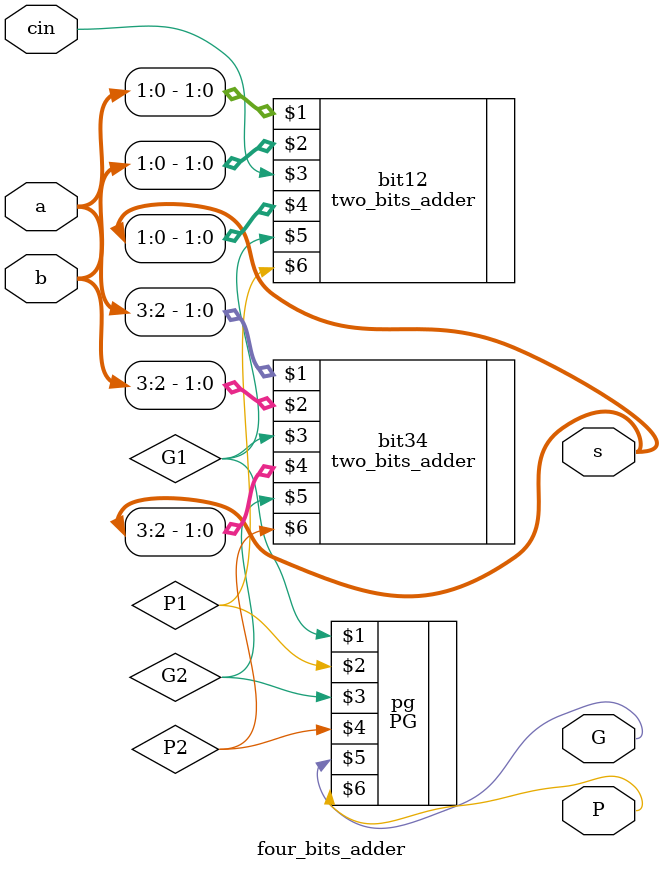
<source format=v>
`timescale 1ns / 1ps


module four_bits_adder(
    input [3:0] a,
    input [3:0] b,
    input cin,
    output [3:0] s,
    output G,
    output P
    );
    
    wire P1,G1,P2,G2;
    
    two_bits_adder bit12(a[1:0],b[1:0],cin,s[1:0],G1,P1);
    two_bits_adder bit34(a[3:2],b[3:2],G1,s[3:2],G2,P2);
    
    PG pg (G1,P1,G2,P2,G,P);

endmodule

</source>
